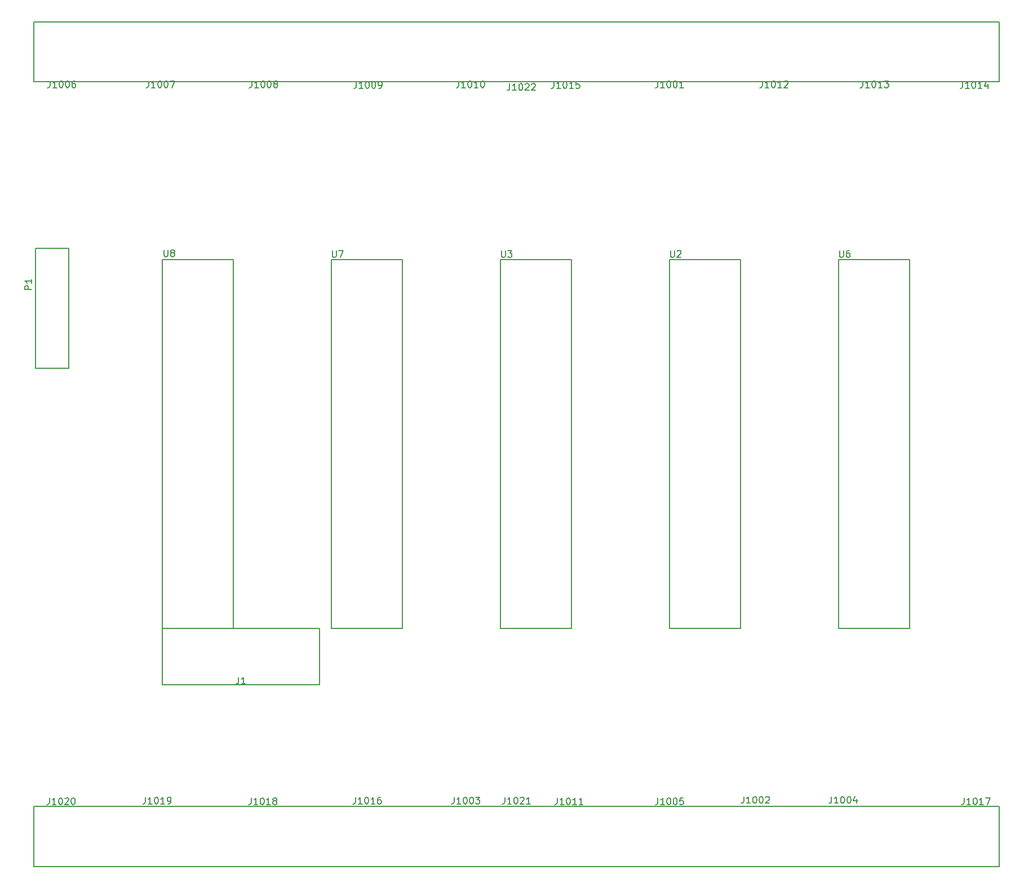
<source format=gto>
G04 (created by PCBNEW (2013-07-07 BZR 4022)-stable) date 20/12/2013 16:02:37*
%MOIN*%
G04 Gerber Fmt 3.4, Leading zero omitted, Abs format*
%FSLAX34Y34*%
G01*
G70*
G90*
G04 APERTURE LIST*
%ADD10C,0.00590551*%
G04 APERTURE END LIST*
G54D10*
X111624Y-32381D02*
X111624Y-54232D01*
X111624Y-54232D02*
X107450Y-54232D01*
X107450Y-54232D02*
X107450Y-32381D01*
X107450Y-32381D02*
X111624Y-32381D01*
X71624Y-32381D02*
X71624Y-54232D01*
X71624Y-54232D02*
X67450Y-54232D01*
X67450Y-54232D02*
X67450Y-32381D01*
X67450Y-32381D02*
X71624Y-32381D01*
X81624Y-32381D02*
X81624Y-54232D01*
X81624Y-54232D02*
X77450Y-54232D01*
X77450Y-54232D02*
X77450Y-32381D01*
X77450Y-32381D02*
X81624Y-32381D01*
X91624Y-32381D02*
X91624Y-54232D01*
X91624Y-54232D02*
X87450Y-54232D01*
X87450Y-54232D02*
X87450Y-32381D01*
X87450Y-32381D02*
X91624Y-32381D01*
X101624Y-32381D02*
X101624Y-54232D01*
X101624Y-54232D02*
X97450Y-54232D01*
X97450Y-54232D02*
X97450Y-32381D01*
X97450Y-32381D02*
X101624Y-32381D01*
X67440Y-54232D02*
X76732Y-54232D01*
X76732Y-54232D02*
X76732Y-57539D01*
X76732Y-57539D02*
X67440Y-57539D01*
X67440Y-57539D02*
X67440Y-54232D01*
X59940Y-31732D02*
X59940Y-38818D01*
X59940Y-38818D02*
X61909Y-38818D01*
X61909Y-38818D02*
X61909Y-31732D01*
X61909Y-31732D02*
X59940Y-31732D01*
X116929Y-18307D02*
X59842Y-18307D01*
X59842Y-18307D02*
X59842Y-21850D01*
X59842Y-21850D02*
X116929Y-21850D01*
X116929Y-21850D02*
X116929Y-18307D01*
X116929Y-64763D02*
X59842Y-64763D01*
X59842Y-64763D02*
X59842Y-68307D01*
X59842Y-68307D02*
X116929Y-68307D01*
X116929Y-68307D02*
X116929Y-64763D01*
X107505Y-31852D02*
X107505Y-32170D01*
X107523Y-32208D01*
X107542Y-32227D01*
X107580Y-32245D01*
X107655Y-32245D01*
X107692Y-32227D01*
X107711Y-32208D01*
X107730Y-32170D01*
X107730Y-31852D01*
X108086Y-31852D02*
X108011Y-31852D01*
X107973Y-31871D01*
X107955Y-31889D01*
X107917Y-31946D01*
X107898Y-32020D01*
X107898Y-32170D01*
X107917Y-32208D01*
X107936Y-32227D01*
X107973Y-32245D01*
X108048Y-32245D01*
X108086Y-32227D01*
X108105Y-32208D01*
X108123Y-32170D01*
X108123Y-32077D01*
X108105Y-32039D01*
X108086Y-32020D01*
X108048Y-32002D01*
X107973Y-32002D01*
X107936Y-32020D01*
X107917Y-32039D01*
X107898Y-32077D01*
X67544Y-31812D02*
X67544Y-32131D01*
X67563Y-32169D01*
X67582Y-32187D01*
X67619Y-32206D01*
X67694Y-32206D01*
X67732Y-32187D01*
X67750Y-32169D01*
X67769Y-32131D01*
X67769Y-31812D01*
X68013Y-31981D02*
X67975Y-31962D01*
X67956Y-31944D01*
X67938Y-31906D01*
X67938Y-31887D01*
X67956Y-31850D01*
X67975Y-31831D01*
X68013Y-31812D01*
X68088Y-31812D01*
X68125Y-31831D01*
X68144Y-31850D01*
X68163Y-31887D01*
X68163Y-31906D01*
X68144Y-31944D01*
X68125Y-31962D01*
X68088Y-31981D01*
X68013Y-31981D01*
X67975Y-32000D01*
X67956Y-32019D01*
X67938Y-32056D01*
X67938Y-32131D01*
X67956Y-32169D01*
X67975Y-32187D01*
X68013Y-32206D01*
X68088Y-32206D01*
X68125Y-32187D01*
X68144Y-32169D01*
X68163Y-32131D01*
X68163Y-32056D01*
X68144Y-32019D01*
X68125Y-32000D01*
X68088Y-31981D01*
X77505Y-31852D02*
X77505Y-32170D01*
X77523Y-32208D01*
X77542Y-32227D01*
X77580Y-32245D01*
X77655Y-32245D01*
X77692Y-32227D01*
X77711Y-32208D01*
X77730Y-32170D01*
X77730Y-31852D01*
X77880Y-31852D02*
X78142Y-31852D01*
X77973Y-32245D01*
X87505Y-31852D02*
X87505Y-32170D01*
X87523Y-32208D01*
X87542Y-32227D01*
X87580Y-32245D01*
X87655Y-32245D01*
X87692Y-32227D01*
X87711Y-32208D01*
X87730Y-32170D01*
X87730Y-31852D01*
X87880Y-31852D02*
X88123Y-31852D01*
X87992Y-32002D01*
X88048Y-32002D01*
X88086Y-32020D01*
X88105Y-32039D01*
X88123Y-32077D01*
X88123Y-32170D01*
X88105Y-32208D01*
X88086Y-32227D01*
X88048Y-32245D01*
X87936Y-32245D01*
X87898Y-32227D01*
X87880Y-32208D01*
X97505Y-31852D02*
X97505Y-32170D01*
X97523Y-32208D01*
X97542Y-32227D01*
X97580Y-32245D01*
X97655Y-32245D01*
X97692Y-32227D01*
X97711Y-32208D01*
X97730Y-32170D01*
X97730Y-31852D01*
X97898Y-31889D02*
X97917Y-31871D01*
X97955Y-31852D01*
X98048Y-31852D01*
X98086Y-31871D01*
X98105Y-31889D01*
X98123Y-31927D01*
X98123Y-31964D01*
X98105Y-32020D01*
X97880Y-32245D01*
X98123Y-32245D01*
X71955Y-57108D02*
X71955Y-57389D01*
X71936Y-57445D01*
X71899Y-57483D01*
X71842Y-57501D01*
X71805Y-57501D01*
X72349Y-57501D02*
X72124Y-57501D01*
X72236Y-57501D02*
X72236Y-57108D01*
X72199Y-57164D01*
X72161Y-57201D01*
X72124Y-57220D01*
X90802Y-64253D02*
X90802Y-64535D01*
X90783Y-64591D01*
X90746Y-64628D01*
X90689Y-64647D01*
X90652Y-64647D01*
X91196Y-64647D02*
X90971Y-64647D01*
X91083Y-64647D02*
X91083Y-64253D01*
X91046Y-64310D01*
X91008Y-64347D01*
X90971Y-64366D01*
X91439Y-64253D02*
X91477Y-64253D01*
X91514Y-64272D01*
X91533Y-64291D01*
X91552Y-64328D01*
X91571Y-64403D01*
X91571Y-64497D01*
X91552Y-64572D01*
X91533Y-64610D01*
X91514Y-64628D01*
X91477Y-64647D01*
X91439Y-64647D01*
X91402Y-64628D01*
X91383Y-64610D01*
X91364Y-64572D01*
X91346Y-64497D01*
X91346Y-64403D01*
X91364Y-64328D01*
X91383Y-64291D01*
X91402Y-64272D01*
X91439Y-64253D01*
X91946Y-64647D02*
X91721Y-64647D01*
X91833Y-64647D02*
X91833Y-64253D01*
X91796Y-64310D01*
X91758Y-64347D01*
X91721Y-64366D01*
X92320Y-64647D02*
X92095Y-64647D01*
X92208Y-64647D02*
X92208Y-64253D01*
X92170Y-64310D01*
X92133Y-64347D01*
X92095Y-64366D01*
X60763Y-64253D02*
X60763Y-64535D01*
X60744Y-64591D01*
X60706Y-64628D01*
X60650Y-64647D01*
X60613Y-64647D01*
X61156Y-64647D02*
X60931Y-64647D01*
X61044Y-64647D02*
X61044Y-64253D01*
X61006Y-64310D01*
X60969Y-64347D01*
X60931Y-64366D01*
X61400Y-64253D02*
X61437Y-64253D01*
X61475Y-64272D01*
X61494Y-64291D01*
X61512Y-64328D01*
X61531Y-64403D01*
X61531Y-64497D01*
X61512Y-64572D01*
X61494Y-64610D01*
X61475Y-64628D01*
X61437Y-64647D01*
X61400Y-64647D01*
X61362Y-64628D01*
X61344Y-64610D01*
X61325Y-64572D01*
X61306Y-64497D01*
X61306Y-64403D01*
X61325Y-64328D01*
X61344Y-64291D01*
X61362Y-64272D01*
X61400Y-64253D01*
X61681Y-64291D02*
X61700Y-64272D01*
X61737Y-64253D01*
X61831Y-64253D01*
X61869Y-64272D01*
X61887Y-64291D01*
X61906Y-64328D01*
X61906Y-64366D01*
X61887Y-64422D01*
X61662Y-64647D01*
X61906Y-64647D01*
X62150Y-64253D02*
X62187Y-64253D01*
X62225Y-64272D01*
X62244Y-64291D01*
X62262Y-64328D01*
X62281Y-64403D01*
X62281Y-64497D01*
X62262Y-64572D01*
X62244Y-64610D01*
X62225Y-64628D01*
X62187Y-64647D01*
X62150Y-64647D01*
X62112Y-64628D01*
X62094Y-64610D01*
X62075Y-64572D01*
X62056Y-64497D01*
X62056Y-64403D01*
X62075Y-64328D01*
X62094Y-64291D01*
X62112Y-64272D01*
X62150Y-64253D01*
X66432Y-64214D02*
X66432Y-64495D01*
X66413Y-64551D01*
X66376Y-64589D01*
X66319Y-64608D01*
X66282Y-64608D01*
X66826Y-64608D02*
X66601Y-64608D01*
X66713Y-64608D02*
X66713Y-64214D01*
X66676Y-64270D01*
X66638Y-64308D01*
X66601Y-64326D01*
X67069Y-64214D02*
X67107Y-64214D01*
X67144Y-64233D01*
X67163Y-64251D01*
X67182Y-64289D01*
X67200Y-64364D01*
X67200Y-64458D01*
X67182Y-64533D01*
X67163Y-64570D01*
X67144Y-64589D01*
X67107Y-64608D01*
X67069Y-64608D01*
X67032Y-64589D01*
X67013Y-64570D01*
X66994Y-64533D01*
X66976Y-64458D01*
X66976Y-64364D01*
X66994Y-64289D01*
X67013Y-64251D01*
X67032Y-64233D01*
X67069Y-64214D01*
X67575Y-64608D02*
X67350Y-64608D01*
X67463Y-64608D02*
X67463Y-64214D01*
X67425Y-64270D01*
X67388Y-64308D01*
X67350Y-64326D01*
X67763Y-64608D02*
X67838Y-64608D01*
X67875Y-64589D01*
X67894Y-64570D01*
X67932Y-64514D01*
X67950Y-64439D01*
X67950Y-64289D01*
X67932Y-64251D01*
X67913Y-64233D01*
X67875Y-64214D01*
X67800Y-64214D01*
X67763Y-64233D01*
X67744Y-64251D01*
X67725Y-64289D01*
X67725Y-64383D01*
X67744Y-64420D01*
X67763Y-64439D01*
X67800Y-64458D01*
X67875Y-64458D01*
X67913Y-64439D01*
X67932Y-64420D01*
X67950Y-64383D01*
X72692Y-64253D02*
X72692Y-64535D01*
X72673Y-64591D01*
X72635Y-64628D01*
X72579Y-64647D01*
X72542Y-64647D01*
X73085Y-64647D02*
X72860Y-64647D01*
X72973Y-64647D02*
X72973Y-64253D01*
X72935Y-64310D01*
X72898Y-64347D01*
X72860Y-64366D01*
X73329Y-64253D02*
X73367Y-64253D01*
X73404Y-64272D01*
X73423Y-64291D01*
X73442Y-64328D01*
X73460Y-64403D01*
X73460Y-64497D01*
X73442Y-64572D01*
X73423Y-64610D01*
X73404Y-64628D01*
X73367Y-64647D01*
X73329Y-64647D01*
X73292Y-64628D01*
X73273Y-64610D01*
X73254Y-64572D01*
X73235Y-64497D01*
X73235Y-64403D01*
X73254Y-64328D01*
X73273Y-64291D01*
X73292Y-64272D01*
X73329Y-64253D01*
X73835Y-64647D02*
X73610Y-64647D01*
X73723Y-64647D02*
X73723Y-64253D01*
X73685Y-64310D01*
X73648Y-64347D01*
X73610Y-64366D01*
X74060Y-64422D02*
X74023Y-64403D01*
X74004Y-64385D01*
X73985Y-64347D01*
X73985Y-64328D01*
X74004Y-64291D01*
X74023Y-64272D01*
X74060Y-64253D01*
X74135Y-64253D01*
X74173Y-64272D01*
X74191Y-64291D01*
X74210Y-64328D01*
X74210Y-64347D01*
X74191Y-64385D01*
X74173Y-64403D01*
X74135Y-64422D01*
X74060Y-64422D01*
X74023Y-64441D01*
X74004Y-64460D01*
X73985Y-64497D01*
X73985Y-64572D01*
X74004Y-64610D01*
X74023Y-64628D01*
X74060Y-64647D01*
X74135Y-64647D01*
X74173Y-64628D01*
X74191Y-64610D01*
X74210Y-64572D01*
X74210Y-64497D01*
X74191Y-64460D01*
X74173Y-64441D01*
X74135Y-64422D01*
X114857Y-64253D02*
X114857Y-64535D01*
X114838Y-64591D01*
X114801Y-64628D01*
X114745Y-64647D01*
X114707Y-64647D01*
X115251Y-64647D02*
X115026Y-64647D01*
X115138Y-64647D02*
X115138Y-64253D01*
X115101Y-64310D01*
X115063Y-64347D01*
X115026Y-64366D01*
X115494Y-64253D02*
X115532Y-64253D01*
X115569Y-64272D01*
X115588Y-64291D01*
X115607Y-64328D01*
X115626Y-64403D01*
X115626Y-64497D01*
X115607Y-64572D01*
X115588Y-64610D01*
X115569Y-64628D01*
X115532Y-64647D01*
X115494Y-64647D01*
X115457Y-64628D01*
X115438Y-64610D01*
X115419Y-64572D01*
X115401Y-64497D01*
X115401Y-64403D01*
X115419Y-64328D01*
X115438Y-64291D01*
X115457Y-64272D01*
X115494Y-64253D01*
X116001Y-64647D02*
X115776Y-64647D01*
X115888Y-64647D02*
X115888Y-64253D01*
X115851Y-64310D01*
X115813Y-64347D01*
X115776Y-64366D01*
X116132Y-64253D02*
X116394Y-64253D01*
X116226Y-64647D01*
X78873Y-64214D02*
X78873Y-64495D01*
X78854Y-64551D01*
X78817Y-64589D01*
X78760Y-64608D01*
X78723Y-64608D01*
X79266Y-64608D02*
X79041Y-64608D01*
X79154Y-64608D02*
X79154Y-64214D01*
X79116Y-64270D01*
X79079Y-64308D01*
X79041Y-64326D01*
X79510Y-64214D02*
X79548Y-64214D01*
X79585Y-64233D01*
X79604Y-64251D01*
X79623Y-64289D01*
X79641Y-64364D01*
X79641Y-64458D01*
X79623Y-64533D01*
X79604Y-64570D01*
X79585Y-64589D01*
X79548Y-64608D01*
X79510Y-64608D01*
X79473Y-64589D01*
X79454Y-64570D01*
X79435Y-64533D01*
X79416Y-64458D01*
X79416Y-64364D01*
X79435Y-64289D01*
X79454Y-64251D01*
X79473Y-64233D01*
X79510Y-64214D01*
X80016Y-64608D02*
X79791Y-64608D01*
X79904Y-64608D02*
X79904Y-64214D01*
X79866Y-64270D01*
X79829Y-64308D01*
X79791Y-64326D01*
X80354Y-64214D02*
X80279Y-64214D01*
X80241Y-64233D01*
X80223Y-64251D01*
X80185Y-64308D01*
X80166Y-64383D01*
X80166Y-64533D01*
X80185Y-64570D01*
X80204Y-64589D01*
X80241Y-64608D01*
X80316Y-64608D01*
X80354Y-64589D01*
X80373Y-64570D01*
X80391Y-64533D01*
X80391Y-64439D01*
X80373Y-64401D01*
X80354Y-64383D01*
X80316Y-64364D01*
X80241Y-64364D01*
X80204Y-64383D01*
X80185Y-64401D01*
X80166Y-64439D01*
X90605Y-21852D02*
X90605Y-22133D01*
X90586Y-22189D01*
X90549Y-22227D01*
X90493Y-22245D01*
X90455Y-22245D01*
X90999Y-22245D02*
X90774Y-22245D01*
X90886Y-22245D02*
X90886Y-21852D01*
X90849Y-21908D01*
X90811Y-21946D01*
X90774Y-21964D01*
X91242Y-21852D02*
X91280Y-21852D01*
X91317Y-21871D01*
X91336Y-21889D01*
X91355Y-21927D01*
X91374Y-22002D01*
X91374Y-22095D01*
X91355Y-22170D01*
X91336Y-22208D01*
X91317Y-22227D01*
X91280Y-22245D01*
X91242Y-22245D01*
X91205Y-22227D01*
X91186Y-22208D01*
X91167Y-22170D01*
X91149Y-22095D01*
X91149Y-22002D01*
X91167Y-21927D01*
X91186Y-21889D01*
X91205Y-21871D01*
X91242Y-21852D01*
X91749Y-22245D02*
X91524Y-22245D01*
X91636Y-22245D02*
X91636Y-21852D01*
X91599Y-21908D01*
X91561Y-21946D01*
X91524Y-21964D01*
X92105Y-21852D02*
X91917Y-21852D01*
X91899Y-22039D01*
X91917Y-22020D01*
X91955Y-22002D01*
X92049Y-22002D01*
X92086Y-22020D01*
X92105Y-22039D01*
X92124Y-22077D01*
X92124Y-22170D01*
X92105Y-22208D01*
X92086Y-22227D01*
X92049Y-22245D01*
X91955Y-22245D01*
X91917Y-22227D01*
X91899Y-22208D01*
X114778Y-21852D02*
X114778Y-22133D01*
X114760Y-22189D01*
X114722Y-22227D01*
X114666Y-22245D01*
X114628Y-22245D01*
X115172Y-22245D02*
X114947Y-22245D01*
X115059Y-22245D02*
X115059Y-21852D01*
X115022Y-21908D01*
X114985Y-21946D01*
X114947Y-21964D01*
X115416Y-21852D02*
X115453Y-21852D01*
X115491Y-21871D01*
X115509Y-21889D01*
X115528Y-21927D01*
X115547Y-22002D01*
X115547Y-22095D01*
X115528Y-22170D01*
X115509Y-22208D01*
X115491Y-22227D01*
X115453Y-22245D01*
X115416Y-22245D01*
X115378Y-22227D01*
X115359Y-22208D01*
X115341Y-22170D01*
X115322Y-22095D01*
X115322Y-22002D01*
X115341Y-21927D01*
X115359Y-21889D01*
X115378Y-21871D01*
X115416Y-21852D01*
X115922Y-22245D02*
X115697Y-22245D01*
X115809Y-22245D02*
X115809Y-21852D01*
X115772Y-21908D01*
X115734Y-21946D01*
X115697Y-21964D01*
X116259Y-21983D02*
X116259Y-22245D01*
X116166Y-21833D02*
X116072Y-22114D01*
X116316Y-22114D01*
X108873Y-21812D02*
X108873Y-22094D01*
X108854Y-22150D01*
X108817Y-22187D01*
X108760Y-22206D01*
X108723Y-22206D01*
X109266Y-22206D02*
X109041Y-22206D01*
X109154Y-22206D02*
X109154Y-21812D01*
X109116Y-21869D01*
X109079Y-21906D01*
X109041Y-21925D01*
X109510Y-21812D02*
X109548Y-21812D01*
X109585Y-21831D01*
X109604Y-21850D01*
X109623Y-21887D01*
X109641Y-21962D01*
X109641Y-22056D01*
X109623Y-22131D01*
X109604Y-22169D01*
X109585Y-22187D01*
X109548Y-22206D01*
X109510Y-22206D01*
X109473Y-22187D01*
X109454Y-22169D01*
X109435Y-22131D01*
X109416Y-22056D01*
X109416Y-21962D01*
X109435Y-21887D01*
X109454Y-21850D01*
X109473Y-21831D01*
X109510Y-21812D01*
X110016Y-22206D02*
X109791Y-22206D01*
X109904Y-22206D02*
X109904Y-21812D01*
X109866Y-21869D01*
X109829Y-21906D01*
X109791Y-21925D01*
X110148Y-21812D02*
X110391Y-21812D01*
X110260Y-21962D01*
X110316Y-21962D01*
X110354Y-21981D01*
X110373Y-22000D01*
X110391Y-22037D01*
X110391Y-22131D01*
X110373Y-22169D01*
X110354Y-22187D01*
X110316Y-22206D01*
X110204Y-22206D01*
X110166Y-22187D01*
X110148Y-22169D01*
X102928Y-21812D02*
X102928Y-22094D01*
X102909Y-22150D01*
X102872Y-22187D01*
X102815Y-22206D01*
X102778Y-22206D01*
X103322Y-22206D02*
X103097Y-22206D01*
X103209Y-22206D02*
X103209Y-21812D01*
X103172Y-21869D01*
X103134Y-21906D01*
X103097Y-21925D01*
X103565Y-21812D02*
X103603Y-21812D01*
X103640Y-21831D01*
X103659Y-21850D01*
X103678Y-21887D01*
X103697Y-21962D01*
X103697Y-22056D01*
X103678Y-22131D01*
X103659Y-22169D01*
X103640Y-22187D01*
X103603Y-22206D01*
X103565Y-22206D01*
X103528Y-22187D01*
X103509Y-22169D01*
X103490Y-22131D01*
X103472Y-22056D01*
X103472Y-21962D01*
X103490Y-21887D01*
X103509Y-21850D01*
X103528Y-21831D01*
X103565Y-21812D01*
X104071Y-22206D02*
X103847Y-22206D01*
X103959Y-22206D02*
X103959Y-21812D01*
X103922Y-21869D01*
X103884Y-21906D01*
X103847Y-21925D01*
X104221Y-21850D02*
X104240Y-21831D01*
X104278Y-21812D01*
X104371Y-21812D01*
X104409Y-21831D01*
X104428Y-21850D01*
X104446Y-21887D01*
X104446Y-21925D01*
X104428Y-21981D01*
X104203Y-22206D01*
X104446Y-22206D01*
X96747Y-21812D02*
X96747Y-22094D01*
X96728Y-22150D01*
X96691Y-22187D01*
X96634Y-22206D01*
X96597Y-22206D01*
X97140Y-22206D02*
X96916Y-22206D01*
X97028Y-22206D02*
X97028Y-21812D01*
X96991Y-21869D01*
X96953Y-21906D01*
X96916Y-21925D01*
X97384Y-21812D02*
X97422Y-21812D01*
X97459Y-21831D01*
X97478Y-21850D01*
X97497Y-21887D01*
X97515Y-21962D01*
X97515Y-22056D01*
X97497Y-22131D01*
X97478Y-22169D01*
X97459Y-22187D01*
X97422Y-22206D01*
X97384Y-22206D01*
X97347Y-22187D01*
X97328Y-22169D01*
X97309Y-22131D01*
X97290Y-22056D01*
X97290Y-21962D01*
X97309Y-21887D01*
X97328Y-21850D01*
X97347Y-21831D01*
X97384Y-21812D01*
X97759Y-21812D02*
X97797Y-21812D01*
X97834Y-21831D01*
X97853Y-21850D01*
X97872Y-21887D01*
X97890Y-21962D01*
X97890Y-22056D01*
X97872Y-22131D01*
X97853Y-22169D01*
X97834Y-22187D01*
X97797Y-22206D01*
X97759Y-22206D01*
X97722Y-22187D01*
X97703Y-22169D01*
X97684Y-22131D01*
X97665Y-22056D01*
X97665Y-21962D01*
X97684Y-21887D01*
X97703Y-21850D01*
X97722Y-21831D01*
X97759Y-21812D01*
X98265Y-22206D02*
X98040Y-22206D01*
X98153Y-22206D02*
X98153Y-21812D01*
X98115Y-21869D01*
X98078Y-21906D01*
X98040Y-21925D01*
X84975Y-21812D02*
X84975Y-22094D01*
X84956Y-22150D01*
X84919Y-22187D01*
X84863Y-22206D01*
X84825Y-22206D01*
X85369Y-22206D02*
X85144Y-22206D01*
X85256Y-22206D02*
X85256Y-21812D01*
X85219Y-21869D01*
X85181Y-21906D01*
X85144Y-21925D01*
X85613Y-21812D02*
X85650Y-21812D01*
X85688Y-21831D01*
X85706Y-21850D01*
X85725Y-21887D01*
X85744Y-21962D01*
X85744Y-22056D01*
X85725Y-22131D01*
X85706Y-22169D01*
X85688Y-22187D01*
X85650Y-22206D01*
X85613Y-22206D01*
X85575Y-22187D01*
X85556Y-22169D01*
X85538Y-22131D01*
X85519Y-22056D01*
X85519Y-21962D01*
X85538Y-21887D01*
X85556Y-21850D01*
X85575Y-21831D01*
X85613Y-21812D01*
X86119Y-22206D02*
X85894Y-22206D01*
X86006Y-22206D02*
X86006Y-21812D01*
X85969Y-21869D01*
X85931Y-21906D01*
X85894Y-21925D01*
X86362Y-21812D02*
X86400Y-21812D01*
X86437Y-21831D01*
X86456Y-21850D01*
X86475Y-21887D01*
X86494Y-21962D01*
X86494Y-22056D01*
X86475Y-22131D01*
X86456Y-22169D01*
X86437Y-22187D01*
X86400Y-22206D01*
X86362Y-22206D01*
X86325Y-22187D01*
X86306Y-22169D01*
X86287Y-22131D01*
X86269Y-22056D01*
X86269Y-21962D01*
X86287Y-21887D01*
X86306Y-21850D01*
X86325Y-21831D01*
X86362Y-21812D01*
X78912Y-21852D02*
X78912Y-22133D01*
X78893Y-22189D01*
X78856Y-22227D01*
X78800Y-22245D01*
X78762Y-22245D01*
X79306Y-22245D02*
X79081Y-22245D01*
X79193Y-22245D02*
X79193Y-21852D01*
X79156Y-21908D01*
X79118Y-21946D01*
X79081Y-21964D01*
X79550Y-21852D02*
X79587Y-21852D01*
X79625Y-21871D01*
X79643Y-21889D01*
X79662Y-21927D01*
X79681Y-22002D01*
X79681Y-22095D01*
X79662Y-22170D01*
X79643Y-22208D01*
X79625Y-22227D01*
X79587Y-22245D01*
X79550Y-22245D01*
X79512Y-22227D01*
X79493Y-22208D01*
X79475Y-22170D01*
X79456Y-22095D01*
X79456Y-22002D01*
X79475Y-21927D01*
X79493Y-21889D01*
X79512Y-21871D01*
X79550Y-21852D01*
X79925Y-21852D02*
X79962Y-21852D01*
X80000Y-21871D01*
X80018Y-21889D01*
X80037Y-21927D01*
X80056Y-22002D01*
X80056Y-22095D01*
X80037Y-22170D01*
X80018Y-22208D01*
X80000Y-22227D01*
X79962Y-22245D01*
X79925Y-22245D01*
X79887Y-22227D01*
X79868Y-22208D01*
X79850Y-22170D01*
X79831Y-22095D01*
X79831Y-22002D01*
X79850Y-21927D01*
X79868Y-21889D01*
X79887Y-21871D01*
X79925Y-21852D01*
X80243Y-22245D02*
X80318Y-22245D01*
X80356Y-22227D01*
X80374Y-22208D01*
X80412Y-22152D01*
X80431Y-22077D01*
X80431Y-21927D01*
X80412Y-21889D01*
X80393Y-21871D01*
X80356Y-21852D01*
X80281Y-21852D01*
X80243Y-21871D01*
X80224Y-21889D01*
X80206Y-21927D01*
X80206Y-22020D01*
X80224Y-22058D01*
X80243Y-22077D01*
X80281Y-22095D01*
X80356Y-22095D01*
X80393Y-22077D01*
X80412Y-22058D01*
X80431Y-22020D01*
X72731Y-21812D02*
X72731Y-22094D01*
X72712Y-22150D01*
X72675Y-22187D01*
X72619Y-22206D01*
X72581Y-22206D01*
X73125Y-22206D02*
X72900Y-22206D01*
X73012Y-22206D02*
X73012Y-21812D01*
X72975Y-21869D01*
X72937Y-21906D01*
X72900Y-21925D01*
X73368Y-21812D02*
X73406Y-21812D01*
X73443Y-21831D01*
X73462Y-21850D01*
X73481Y-21887D01*
X73500Y-21962D01*
X73500Y-22056D01*
X73481Y-22131D01*
X73462Y-22169D01*
X73443Y-22187D01*
X73406Y-22206D01*
X73368Y-22206D01*
X73331Y-22187D01*
X73312Y-22169D01*
X73293Y-22131D01*
X73275Y-22056D01*
X73275Y-21962D01*
X73293Y-21887D01*
X73312Y-21850D01*
X73331Y-21831D01*
X73368Y-21812D01*
X73743Y-21812D02*
X73781Y-21812D01*
X73818Y-21831D01*
X73837Y-21850D01*
X73856Y-21887D01*
X73875Y-21962D01*
X73875Y-22056D01*
X73856Y-22131D01*
X73837Y-22169D01*
X73818Y-22187D01*
X73781Y-22206D01*
X73743Y-22206D01*
X73706Y-22187D01*
X73687Y-22169D01*
X73668Y-22131D01*
X73650Y-22056D01*
X73650Y-21962D01*
X73668Y-21887D01*
X73687Y-21850D01*
X73706Y-21831D01*
X73743Y-21812D01*
X74100Y-21981D02*
X74062Y-21962D01*
X74043Y-21944D01*
X74025Y-21906D01*
X74025Y-21887D01*
X74043Y-21850D01*
X74062Y-21831D01*
X74100Y-21812D01*
X74175Y-21812D01*
X74212Y-21831D01*
X74231Y-21850D01*
X74250Y-21887D01*
X74250Y-21906D01*
X74231Y-21944D01*
X74212Y-21962D01*
X74175Y-21981D01*
X74100Y-21981D01*
X74062Y-22000D01*
X74043Y-22019D01*
X74025Y-22056D01*
X74025Y-22131D01*
X74043Y-22169D01*
X74062Y-22187D01*
X74100Y-22206D01*
X74175Y-22206D01*
X74212Y-22187D01*
X74231Y-22169D01*
X74250Y-22131D01*
X74250Y-22056D01*
X74231Y-22019D01*
X74212Y-22000D01*
X74175Y-21981D01*
X66629Y-21812D02*
X66629Y-22094D01*
X66610Y-22150D01*
X66572Y-22187D01*
X66516Y-22206D01*
X66479Y-22206D01*
X67022Y-22206D02*
X66797Y-22206D01*
X66910Y-22206D02*
X66910Y-21812D01*
X66872Y-21869D01*
X66835Y-21906D01*
X66797Y-21925D01*
X67266Y-21812D02*
X67304Y-21812D01*
X67341Y-21831D01*
X67360Y-21850D01*
X67379Y-21887D01*
X67397Y-21962D01*
X67397Y-22056D01*
X67379Y-22131D01*
X67360Y-22169D01*
X67341Y-22187D01*
X67304Y-22206D01*
X67266Y-22206D01*
X67229Y-22187D01*
X67210Y-22169D01*
X67191Y-22131D01*
X67172Y-22056D01*
X67172Y-21962D01*
X67191Y-21887D01*
X67210Y-21850D01*
X67229Y-21831D01*
X67266Y-21812D01*
X67641Y-21812D02*
X67679Y-21812D01*
X67716Y-21831D01*
X67735Y-21850D01*
X67754Y-21887D01*
X67772Y-21962D01*
X67772Y-22056D01*
X67754Y-22131D01*
X67735Y-22169D01*
X67716Y-22187D01*
X67679Y-22206D01*
X67641Y-22206D01*
X67604Y-22187D01*
X67585Y-22169D01*
X67566Y-22131D01*
X67547Y-22056D01*
X67547Y-21962D01*
X67566Y-21887D01*
X67585Y-21850D01*
X67604Y-21831D01*
X67641Y-21812D01*
X67904Y-21812D02*
X68166Y-21812D01*
X67997Y-22206D01*
X60802Y-21812D02*
X60802Y-22094D01*
X60783Y-22150D01*
X60746Y-22187D01*
X60689Y-22206D01*
X60652Y-22206D01*
X61196Y-22206D02*
X60971Y-22206D01*
X61083Y-22206D02*
X61083Y-21812D01*
X61046Y-21869D01*
X61008Y-21906D01*
X60971Y-21925D01*
X61439Y-21812D02*
X61477Y-21812D01*
X61514Y-21831D01*
X61533Y-21850D01*
X61552Y-21887D01*
X61571Y-21962D01*
X61571Y-22056D01*
X61552Y-22131D01*
X61533Y-22169D01*
X61514Y-22187D01*
X61477Y-22206D01*
X61439Y-22206D01*
X61402Y-22187D01*
X61383Y-22169D01*
X61364Y-22131D01*
X61346Y-22056D01*
X61346Y-21962D01*
X61364Y-21887D01*
X61383Y-21850D01*
X61402Y-21831D01*
X61439Y-21812D01*
X61814Y-21812D02*
X61852Y-21812D01*
X61889Y-21831D01*
X61908Y-21850D01*
X61927Y-21887D01*
X61946Y-21962D01*
X61946Y-22056D01*
X61927Y-22131D01*
X61908Y-22169D01*
X61889Y-22187D01*
X61852Y-22206D01*
X61814Y-22206D01*
X61777Y-22187D01*
X61758Y-22169D01*
X61739Y-22131D01*
X61721Y-22056D01*
X61721Y-21962D01*
X61739Y-21887D01*
X61758Y-21850D01*
X61777Y-21831D01*
X61814Y-21812D01*
X62283Y-21812D02*
X62208Y-21812D01*
X62170Y-21831D01*
X62152Y-21850D01*
X62114Y-21906D01*
X62095Y-21981D01*
X62095Y-22131D01*
X62114Y-22169D01*
X62133Y-22187D01*
X62170Y-22206D01*
X62245Y-22206D01*
X62283Y-22187D01*
X62302Y-22169D01*
X62320Y-22131D01*
X62320Y-22037D01*
X62302Y-22000D01*
X62283Y-21981D01*
X62245Y-21962D01*
X62170Y-21962D01*
X62133Y-21981D01*
X62114Y-22000D01*
X62095Y-22037D01*
X96747Y-64253D02*
X96747Y-64535D01*
X96728Y-64591D01*
X96691Y-64628D01*
X96634Y-64647D01*
X96597Y-64647D01*
X97140Y-64647D02*
X96916Y-64647D01*
X97028Y-64647D02*
X97028Y-64253D01*
X96991Y-64310D01*
X96953Y-64347D01*
X96916Y-64366D01*
X97384Y-64253D02*
X97422Y-64253D01*
X97459Y-64272D01*
X97478Y-64291D01*
X97497Y-64328D01*
X97515Y-64403D01*
X97515Y-64497D01*
X97497Y-64572D01*
X97478Y-64610D01*
X97459Y-64628D01*
X97422Y-64647D01*
X97384Y-64647D01*
X97347Y-64628D01*
X97328Y-64610D01*
X97309Y-64572D01*
X97290Y-64497D01*
X97290Y-64403D01*
X97309Y-64328D01*
X97328Y-64291D01*
X97347Y-64272D01*
X97384Y-64253D01*
X97759Y-64253D02*
X97797Y-64253D01*
X97834Y-64272D01*
X97853Y-64291D01*
X97872Y-64328D01*
X97890Y-64403D01*
X97890Y-64497D01*
X97872Y-64572D01*
X97853Y-64610D01*
X97834Y-64628D01*
X97797Y-64647D01*
X97759Y-64647D01*
X97722Y-64628D01*
X97703Y-64610D01*
X97684Y-64572D01*
X97665Y-64497D01*
X97665Y-64403D01*
X97684Y-64328D01*
X97703Y-64291D01*
X97722Y-64272D01*
X97759Y-64253D01*
X98247Y-64253D02*
X98059Y-64253D01*
X98040Y-64441D01*
X98059Y-64422D01*
X98097Y-64403D01*
X98190Y-64403D01*
X98228Y-64422D01*
X98247Y-64441D01*
X98265Y-64478D01*
X98265Y-64572D01*
X98247Y-64610D01*
X98228Y-64628D01*
X98190Y-64647D01*
X98097Y-64647D01*
X98059Y-64628D01*
X98040Y-64610D01*
X107022Y-64175D02*
X107022Y-64456D01*
X107004Y-64512D01*
X106966Y-64550D01*
X106910Y-64568D01*
X106872Y-64568D01*
X107416Y-64568D02*
X107191Y-64568D01*
X107304Y-64568D02*
X107304Y-64175D01*
X107266Y-64231D01*
X107229Y-64268D01*
X107191Y-64287D01*
X107660Y-64175D02*
X107697Y-64175D01*
X107735Y-64193D01*
X107754Y-64212D01*
X107772Y-64250D01*
X107791Y-64325D01*
X107791Y-64418D01*
X107772Y-64493D01*
X107754Y-64531D01*
X107735Y-64550D01*
X107697Y-64568D01*
X107660Y-64568D01*
X107622Y-64550D01*
X107604Y-64531D01*
X107585Y-64493D01*
X107566Y-64418D01*
X107566Y-64325D01*
X107585Y-64250D01*
X107604Y-64212D01*
X107622Y-64193D01*
X107660Y-64175D01*
X108035Y-64175D02*
X108072Y-64175D01*
X108110Y-64193D01*
X108128Y-64212D01*
X108147Y-64250D01*
X108166Y-64325D01*
X108166Y-64418D01*
X108147Y-64493D01*
X108128Y-64531D01*
X108110Y-64550D01*
X108072Y-64568D01*
X108035Y-64568D01*
X107997Y-64550D01*
X107979Y-64531D01*
X107960Y-64493D01*
X107941Y-64418D01*
X107941Y-64325D01*
X107960Y-64250D01*
X107979Y-64212D01*
X107997Y-64193D01*
X108035Y-64175D01*
X108503Y-64306D02*
X108503Y-64568D01*
X108410Y-64156D02*
X108316Y-64437D01*
X108560Y-64437D01*
X84700Y-64214D02*
X84700Y-64495D01*
X84681Y-64551D01*
X84643Y-64589D01*
X84587Y-64608D01*
X84550Y-64608D01*
X85093Y-64608D02*
X84868Y-64608D01*
X84981Y-64608D02*
X84981Y-64214D01*
X84943Y-64270D01*
X84906Y-64308D01*
X84868Y-64326D01*
X85337Y-64214D02*
X85374Y-64214D01*
X85412Y-64233D01*
X85431Y-64251D01*
X85449Y-64289D01*
X85468Y-64364D01*
X85468Y-64458D01*
X85449Y-64533D01*
X85431Y-64570D01*
X85412Y-64589D01*
X85374Y-64608D01*
X85337Y-64608D01*
X85299Y-64589D01*
X85281Y-64570D01*
X85262Y-64533D01*
X85243Y-64458D01*
X85243Y-64364D01*
X85262Y-64289D01*
X85281Y-64251D01*
X85299Y-64233D01*
X85337Y-64214D01*
X85712Y-64214D02*
X85749Y-64214D01*
X85787Y-64233D01*
X85806Y-64251D01*
X85824Y-64289D01*
X85843Y-64364D01*
X85843Y-64458D01*
X85824Y-64533D01*
X85806Y-64570D01*
X85787Y-64589D01*
X85749Y-64608D01*
X85712Y-64608D01*
X85674Y-64589D01*
X85656Y-64570D01*
X85637Y-64533D01*
X85618Y-64458D01*
X85618Y-64364D01*
X85637Y-64289D01*
X85656Y-64251D01*
X85674Y-64233D01*
X85712Y-64214D01*
X85974Y-64214D02*
X86218Y-64214D01*
X86087Y-64364D01*
X86143Y-64364D01*
X86181Y-64383D01*
X86199Y-64401D01*
X86218Y-64439D01*
X86218Y-64533D01*
X86199Y-64570D01*
X86181Y-64589D01*
X86143Y-64608D01*
X86031Y-64608D01*
X85993Y-64589D01*
X85974Y-64570D01*
X101826Y-64175D02*
X101826Y-64456D01*
X101807Y-64512D01*
X101769Y-64550D01*
X101713Y-64568D01*
X101676Y-64568D01*
X102219Y-64568D02*
X101994Y-64568D01*
X102107Y-64568D02*
X102107Y-64175D01*
X102069Y-64231D01*
X102032Y-64268D01*
X101994Y-64287D01*
X102463Y-64175D02*
X102500Y-64175D01*
X102538Y-64193D01*
X102557Y-64212D01*
X102575Y-64250D01*
X102594Y-64325D01*
X102594Y-64418D01*
X102575Y-64493D01*
X102557Y-64531D01*
X102538Y-64550D01*
X102500Y-64568D01*
X102463Y-64568D01*
X102425Y-64550D01*
X102407Y-64531D01*
X102388Y-64493D01*
X102369Y-64418D01*
X102369Y-64325D01*
X102388Y-64250D01*
X102407Y-64212D01*
X102425Y-64193D01*
X102463Y-64175D01*
X102838Y-64175D02*
X102875Y-64175D01*
X102913Y-64193D01*
X102932Y-64212D01*
X102950Y-64250D01*
X102969Y-64325D01*
X102969Y-64418D01*
X102950Y-64493D01*
X102932Y-64531D01*
X102913Y-64550D01*
X102875Y-64568D01*
X102838Y-64568D01*
X102800Y-64550D01*
X102782Y-64531D01*
X102763Y-64493D01*
X102744Y-64418D01*
X102744Y-64325D01*
X102763Y-64250D01*
X102782Y-64212D01*
X102800Y-64193D01*
X102838Y-64175D01*
X103119Y-64212D02*
X103138Y-64193D01*
X103175Y-64175D01*
X103269Y-64175D01*
X103307Y-64193D01*
X103325Y-64212D01*
X103344Y-64250D01*
X103344Y-64287D01*
X103325Y-64343D01*
X103100Y-64568D01*
X103344Y-64568D01*
X59706Y-34148D02*
X59312Y-34148D01*
X59312Y-33998D01*
X59331Y-33961D01*
X59350Y-33942D01*
X59387Y-33923D01*
X59444Y-33923D01*
X59481Y-33942D01*
X59500Y-33961D01*
X59519Y-33998D01*
X59519Y-34148D01*
X59706Y-33548D02*
X59706Y-33773D01*
X59706Y-33661D02*
X59312Y-33661D01*
X59369Y-33698D01*
X59406Y-33736D01*
X59425Y-33773D01*
X87987Y-21970D02*
X87987Y-22251D01*
X87968Y-22307D01*
X87931Y-22345D01*
X87874Y-22364D01*
X87837Y-22364D01*
X88381Y-22364D02*
X88156Y-22364D01*
X88268Y-22364D02*
X88268Y-21970D01*
X88231Y-22026D01*
X88193Y-22064D01*
X88156Y-22082D01*
X88624Y-21970D02*
X88662Y-21970D01*
X88699Y-21989D01*
X88718Y-22007D01*
X88737Y-22045D01*
X88756Y-22120D01*
X88756Y-22214D01*
X88737Y-22289D01*
X88718Y-22326D01*
X88699Y-22345D01*
X88662Y-22364D01*
X88624Y-22364D01*
X88587Y-22345D01*
X88568Y-22326D01*
X88549Y-22289D01*
X88531Y-22214D01*
X88531Y-22120D01*
X88549Y-22045D01*
X88568Y-22007D01*
X88587Y-21989D01*
X88624Y-21970D01*
X88906Y-22007D02*
X88924Y-21989D01*
X88962Y-21970D01*
X89056Y-21970D01*
X89093Y-21989D01*
X89112Y-22007D01*
X89131Y-22045D01*
X89131Y-22082D01*
X89112Y-22139D01*
X88887Y-22364D01*
X89131Y-22364D01*
X89281Y-22007D02*
X89299Y-21989D01*
X89337Y-21970D01*
X89431Y-21970D01*
X89468Y-21989D01*
X89487Y-22007D01*
X89505Y-22045D01*
X89505Y-22082D01*
X89487Y-22139D01*
X89262Y-22364D01*
X89505Y-22364D01*
X87692Y-64214D02*
X87692Y-64495D01*
X87673Y-64551D01*
X87635Y-64589D01*
X87579Y-64608D01*
X87542Y-64608D01*
X88085Y-64608D02*
X87860Y-64608D01*
X87973Y-64608D02*
X87973Y-64214D01*
X87935Y-64270D01*
X87898Y-64308D01*
X87860Y-64326D01*
X88329Y-64214D02*
X88367Y-64214D01*
X88404Y-64233D01*
X88423Y-64251D01*
X88442Y-64289D01*
X88460Y-64364D01*
X88460Y-64458D01*
X88442Y-64533D01*
X88423Y-64570D01*
X88404Y-64589D01*
X88367Y-64608D01*
X88329Y-64608D01*
X88292Y-64589D01*
X88273Y-64570D01*
X88254Y-64533D01*
X88235Y-64458D01*
X88235Y-64364D01*
X88254Y-64289D01*
X88273Y-64251D01*
X88292Y-64233D01*
X88329Y-64214D01*
X88610Y-64251D02*
X88629Y-64233D01*
X88667Y-64214D01*
X88760Y-64214D01*
X88798Y-64233D01*
X88817Y-64251D01*
X88835Y-64289D01*
X88835Y-64326D01*
X88817Y-64383D01*
X88592Y-64608D01*
X88835Y-64608D01*
X89210Y-64608D02*
X88985Y-64608D01*
X89098Y-64608D02*
X89098Y-64214D01*
X89060Y-64270D01*
X89023Y-64308D01*
X88985Y-64326D01*
M02*

</source>
